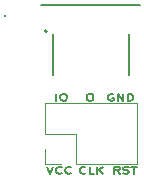
<source format=gto>
%TF.GenerationSoftware,KiCad,Pcbnew,8.0.0*%
%TF.CreationDate,2024-03-20T21:34:19+01:00*%
%TF.ProjectId,BAT_SWD-Adapterboard,4241545f-5357-4442-9d41-646170746572,rev?*%
%TF.SameCoordinates,Original*%
%TF.FileFunction,Legend,Top*%
%TF.FilePolarity,Positive*%
%FSLAX46Y46*%
G04 Gerber Fmt 4.6, Leading zero omitted, Abs format (unit mm)*
G04 Created by KiCad (PCBNEW 8.0.0) date 2024-03-20 21:34:19*
%MOMM*%
%LPD*%
G01*
G04 APERTURE LIST*
%ADD10C,0.150000*%
%ADD11C,0.120000*%
%ADD12C,0.100000*%
%ADD13C,0.200000*%
%ADD14C,0.127000*%
G04 APERTURE END LIST*
D10*
X177246303Y-84018771D02*
X176979636Y-83733057D01*
X176789160Y-84018771D02*
X176789160Y-83418771D01*
X176789160Y-83418771D02*
X177093922Y-83418771D01*
X177093922Y-83418771D02*
X177170112Y-83447342D01*
X177170112Y-83447342D02*
X177208207Y-83475914D01*
X177208207Y-83475914D02*
X177246303Y-83533057D01*
X177246303Y-83533057D02*
X177246303Y-83618771D01*
X177246303Y-83618771D02*
X177208207Y-83675914D01*
X177208207Y-83675914D02*
X177170112Y-83704485D01*
X177170112Y-83704485D02*
X177093922Y-83733057D01*
X177093922Y-83733057D02*
X176789160Y-83733057D01*
X177551064Y-83990200D02*
X177665350Y-84018771D01*
X177665350Y-84018771D02*
X177855826Y-84018771D01*
X177855826Y-84018771D02*
X177932017Y-83990200D01*
X177932017Y-83990200D02*
X177970112Y-83961628D01*
X177970112Y-83961628D02*
X178008207Y-83904485D01*
X178008207Y-83904485D02*
X178008207Y-83847342D01*
X178008207Y-83847342D02*
X177970112Y-83790200D01*
X177970112Y-83790200D02*
X177932017Y-83761628D01*
X177932017Y-83761628D02*
X177855826Y-83733057D01*
X177855826Y-83733057D02*
X177703445Y-83704485D01*
X177703445Y-83704485D02*
X177627255Y-83675914D01*
X177627255Y-83675914D02*
X177589160Y-83647342D01*
X177589160Y-83647342D02*
X177551064Y-83590200D01*
X177551064Y-83590200D02*
X177551064Y-83533057D01*
X177551064Y-83533057D02*
X177589160Y-83475914D01*
X177589160Y-83475914D02*
X177627255Y-83447342D01*
X177627255Y-83447342D02*
X177703445Y-83418771D01*
X177703445Y-83418771D02*
X177893922Y-83418771D01*
X177893922Y-83418771D02*
X178008207Y-83447342D01*
X178236779Y-83418771D02*
X178693922Y-83418771D01*
X178465350Y-84018771D02*
X178465350Y-83418771D01*
X174346303Y-83961628D02*
X174308207Y-83990200D01*
X174308207Y-83990200D02*
X174193922Y-84018771D01*
X174193922Y-84018771D02*
X174117731Y-84018771D01*
X174117731Y-84018771D02*
X174003445Y-83990200D01*
X174003445Y-83990200D02*
X173927255Y-83933057D01*
X173927255Y-83933057D02*
X173889160Y-83875914D01*
X173889160Y-83875914D02*
X173851064Y-83761628D01*
X173851064Y-83761628D02*
X173851064Y-83675914D01*
X173851064Y-83675914D02*
X173889160Y-83561628D01*
X173889160Y-83561628D02*
X173927255Y-83504485D01*
X173927255Y-83504485D02*
X174003445Y-83447342D01*
X174003445Y-83447342D02*
X174117731Y-83418771D01*
X174117731Y-83418771D02*
X174193922Y-83418771D01*
X174193922Y-83418771D02*
X174308207Y-83447342D01*
X174308207Y-83447342D02*
X174346303Y-83475914D01*
X175070112Y-84018771D02*
X174689160Y-84018771D01*
X174689160Y-84018771D02*
X174689160Y-83418771D01*
X175336779Y-84018771D02*
X175336779Y-83418771D01*
X175793922Y-84018771D02*
X175451064Y-83675914D01*
X175793922Y-83418771D02*
X175336779Y-83761628D01*
X171074874Y-83418771D02*
X171341541Y-84018771D01*
X171341541Y-84018771D02*
X171608207Y-83418771D01*
X172332017Y-83961628D02*
X172293921Y-83990200D01*
X172293921Y-83990200D02*
X172179636Y-84018771D01*
X172179636Y-84018771D02*
X172103445Y-84018771D01*
X172103445Y-84018771D02*
X171989159Y-83990200D01*
X171989159Y-83990200D02*
X171912969Y-83933057D01*
X171912969Y-83933057D02*
X171874874Y-83875914D01*
X171874874Y-83875914D02*
X171836778Y-83761628D01*
X171836778Y-83761628D02*
X171836778Y-83675914D01*
X171836778Y-83675914D02*
X171874874Y-83561628D01*
X171874874Y-83561628D02*
X171912969Y-83504485D01*
X171912969Y-83504485D02*
X171989159Y-83447342D01*
X171989159Y-83447342D02*
X172103445Y-83418771D01*
X172103445Y-83418771D02*
X172179636Y-83418771D01*
X172179636Y-83418771D02*
X172293921Y-83447342D01*
X172293921Y-83447342D02*
X172332017Y-83475914D01*
X173132017Y-83961628D02*
X173093921Y-83990200D01*
X173093921Y-83990200D02*
X172979636Y-84018771D01*
X172979636Y-84018771D02*
X172903445Y-84018771D01*
X172903445Y-84018771D02*
X172789159Y-83990200D01*
X172789159Y-83990200D02*
X172712969Y-83933057D01*
X172712969Y-83933057D02*
X172674874Y-83875914D01*
X172674874Y-83875914D02*
X172636778Y-83761628D01*
X172636778Y-83761628D02*
X172636778Y-83675914D01*
X172636778Y-83675914D02*
X172674874Y-83561628D01*
X172674874Y-83561628D02*
X172712969Y-83504485D01*
X172712969Y-83504485D02*
X172789159Y-83447342D01*
X172789159Y-83447342D02*
X172903445Y-83418771D01*
X172903445Y-83418771D02*
X172979636Y-83418771D01*
X172979636Y-83418771D02*
X173093921Y-83447342D01*
X173093921Y-83447342D02*
X173132017Y-83475914D01*
X176708207Y-77247342D02*
X176632017Y-77218771D01*
X176632017Y-77218771D02*
X176517731Y-77218771D01*
X176517731Y-77218771D02*
X176403445Y-77247342D01*
X176403445Y-77247342D02*
X176327255Y-77304485D01*
X176327255Y-77304485D02*
X176289160Y-77361628D01*
X176289160Y-77361628D02*
X176251064Y-77475914D01*
X176251064Y-77475914D02*
X176251064Y-77561628D01*
X176251064Y-77561628D02*
X176289160Y-77675914D01*
X176289160Y-77675914D02*
X176327255Y-77733057D01*
X176327255Y-77733057D02*
X176403445Y-77790200D01*
X176403445Y-77790200D02*
X176517731Y-77818771D01*
X176517731Y-77818771D02*
X176593922Y-77818771D01*
X176593922Y-77818771D02*
X176708207Y-77790200D01*
X176708207Y-77790200D02*
X176746303Y-77761628D01*
X176746303Y-77761628D02*
X176746303Y-77561628D01*
X176746303Y-77561628D02*
X176593922Y-77561628D01*
X177089160Y-77818771D02*
X177089160Y-77218771D01*
X177089160Y-77218771D02*
X177546303Y-77818771D01*
X177546303Y-77818771D02*
X177546303Y-77218771D01*
X177927255Y-77818771D02*
X177927255Y-77218771D01*
X177927255Y-77218771D02*
X178117731Y-77218771D01*
X178117731Y-77218771D02*
X178232017Y-77247342D01*
X178232017Y-77247342D02*
X178308207Y-77304485D01*
X178308207Y-77304485D02*
X178346302Y-77361628D01*
X178346302Y-77361628D02*
X178384398Y-77475914D01*
X178384398Y-77475914D02*
X178384398Y-77561628D01*
X178384398Y-77561628D02*
X178346302Y-77675914D01*
X178346302Y-77675914D02*
X178308207Y-77733057D01*
X178308207Y-77733057D02*
X178232017Y-77790200D01*
X178232017Y-77790200D02*
X178117731Y-77818771D01*
X178117731Y-77818771D02*
X177927255Y-77818771D01*
X174641541Y-77218771D02*
X174793922Y-77218771D01*
X174793922Y-77218771D02*
X174870112Y-77247342D01*
X174870112Y-77247342D02*
X174946303Y-77304485D01*
X174946303Y-77304485D02*
X174984398Y-77418771D01*
X174984398Y-77418771D02*
X174984398Y-77618771D01*
X174984398Y-77618771D02*
X174946303Y-77733057D01*
X174946303Y-77733057D02*
X174870112Y-77790200D01*
X174870112Y-77790200D02*
X174793922Y-77818771D01*
X174793922Y-77818771D02*
X174641541Y-77818771D01*
X174641541Y-77818771D02*
X174565350Y-77790200D01*
X174565350Y-77790200D02*
X174489160Y-77733057D01*
X174489160Y-77733057D02*
X174451064Y-77618771D01*
X174451064Y-77618771D02*
X174451064Y-77418771D01*
X174451064Y-77418771D02*
X174489160Y-77304485D01*
X174489160Y-77304485D02*
X174565350Y-77247342D01*
X174565350Y-77247342D02*
X174641541Y-77218771D01*
X171889160Y-77818771D02*
X171889160Y-77218771D01*
X172422493Y-77218771D02*
X172574874Y-77218771D01*
X172574874Y-77218771D02*
X172651064Y-77247342D01*
X172651064Y-77247342D02*
X172727255Y-77304485D01*
X172727255Y-77304485D02*
X172765350Y-77418771D01*
X172765350Y-77418771D02*
X172765350Y-77618771D01*
X172765350Y-77618771D02*
X172727255Y-77733057D01*
X172727255Y-77733057D02*
X172651064Y-77790200D01*
X172651064Y-77790200D02*
X172574874Y-77818771D01*
X172574874Y-77818771D02*
X172422493Y-77818771D01*
X172422493Y-77818771D02*
X172346302Y-77790200D01*
X172346302Y-77790200D02*
X172270112Y-77733057D01*
X172270112Y-77733057D02*
X172232016Y-77618771D01*
X172232016Y-77618771D02*
X172232016Y-77418771D01*
X172232016Y-77418771D02*
X172270112Y-77304485D01*
X172270112Y-77304485D02*
X172346302Y-77247342D01*
X172346302Y-77247342D02*
X172422493Y-77218771D01*
D11*
%TO.C,J1*%
X170945000Y-83205000D02*
X170945000Y-81875000D01*
X172275000Y-83205000D02*
X170945000Y-83205000D01*
X173545000Y-83205000D02*
X178685000Y-83205000D01*
X173545000Y-83205000D02*
X173545000Y-80605000D01*
X178685000Y-83205000D02*
X178685000Y-78005000D01*
X170945000Y-80605000D02*
X170945000Y-78005000D01*
X173545000Y-80605000D02*
X170945000Y-80605000D01*
X170945000Y-78005000D02*
X178685000Y-78005000D01*
D12*
%TO.C,J3*%
X167551600Y-70625000D02*
G75*
G02*
X167451600Y-70625000I-50000J0D01*
G01*
X167451600Y-70625000D02*
G75*
G02*
X167551600Y-70625000I50000J0D01*
G01*
D13*
X170551600Y-69725000D02*
X178951600Y-69725000D01*
D12*
X167551600Y-70625000D02*
X167551600Y-70625000D01*
X167451600Y-70625000D02*
X167451600Y-70625000D01*
D14*
%TO.C,J2*%
X171560000Y-75615000D02*
X171560000Y-72185000D01*
X178040000Y-72185000D02*
X178040000Y-75615000D01*
D13*
X171075000Y-71950000D02*
G75*
G02*
X170875000Y-71950000I-100000J0D01*
G01*
X170875000Y-71950000D02*
G75*
G02*
X171075000Y-71950000I100000J0D01*
G01*
%TD*%
M02*

</source>
